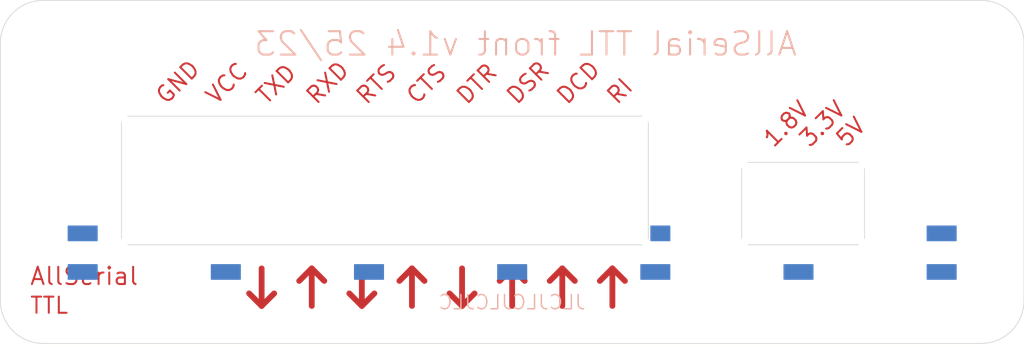
<source format=kicad_pcb>
(kicad_pcb (version 20241229) (generator "pcbnew") (generator_version "9.0")
  (layers (0 "F.Cu" signal) (2 "B.Cu" signal) (13 "F.Paste" user) (15 "B.Paste" user) (5 "F.SilkS" user "F.Silkscreen") (7 "B.SilkS" user "B.Silkscreen") (1 "F.Mask" user) (3 "B.Mask" user) (25 "Edge.Cuts" user))
  (net 0 "")
  (net 1 "S$1")
  (net 2 "S$2")
  (net 3 "S$3")
  (net 4 "S$4")
  (net 5 "S$5")
  (net 6 "S$6")
  (net 7 "S$7")
  (net 8 "S$8")
  (footprint "" (layer "F.Cu") (at 180.2511 105.0036)
    (property "Reference" "@HOLE0" (hide yes))
    (property "Value" "" (at 0 0 0) (layer "F.SilkS") (effects (font (size 1.27 1.27))))
    (pad "" np_thru_hole circle (at 0 0) (size 3.2 3.2) (drill 3.2) (layers "*.Cu" "*.Mask"))
  )
  (footprint "AllSerial_Front:Frontpanel_2_Holes" (layer "F.Cu") (at 148.5011 117.0036)
    (property "Reference" "E$1" (hide yes))
    (property "Value" "" (hide yes))
    (fp_rect (start -31 -8.2) (end -29 -7.2) (stroke (width 0.1)) (fill yes) (layer "B.Cu"))
    (fp_rect (start -31 -5.5) (end -29 -4.5) (stroke (width 0.1)) (fill yes) (layer "B.Cu"))
    (fp_rect (start -21 -5.5) (end -19 -4.5) (stroke (width 0.1)) (fill yes) (layer "B.Cu"))
    (fp_rect (start -11 -5.5) (end -9 -4.5) (stroke (width 0.1)) (fill yes) (layer "B.Cu"))
    (fp_rect (start -1 -5.5) (end 1 -4.5) (stroke (width 0.1)) (fill yes) (layer "B.Cu"))
    (fp_rect (start 9 -5.5) (end 11 -4.5) (stroke (width 0.1)) (fill yes) (layer "B.Cu"))
    (fp_rect (start 9.7 -8.2) (end 11 -7.2) (stroke (width 0.1)) (fill yes) (layer "B.Cu"))
    (fp_rect (start 19 -5.5) (end 21 -4.5) (stroke (width 0.1)) (fill yes) (layer "B.Cu"))
    (fp_rect (start 29 -8.2) (end 31 -7.2) (stroke (width 0.1)) (fill yes) (layer "B.Cu"))
    (fp_rect (start 29 -5.5) (end 31 -4.5) (stroke (width 0.1)) (fill yes) (layer "B.Cu"))
    (fp_line (start -35.75 -3) (end -35.75 -21) (stroke (width 0.05)) (layer "Edge.Cuts"))
    (fp_line (start -32.75 0) (end 32.75 0) (stroke (width 0.05)) (layer "Edge.Cuts"))
    (fp_line (start -32.749999 -24) (end 32.75 -24) (stroke (width 0.05)) (layer "Edge.Cuts"))
    (fp_line (start 35.75 -21) (end 35.75 -3) (stroke (width 0.05)) (layer "Edge.Cuts"))
    (fp_arc (start -35.75 -21) (mid -34.87132 -23.12132) (end -32.75 -24) (stroke (width 0.05)) (layer "Edge.Cuts"))
    (fp_arc (start -32.75 0) (mid -34.87132 -0.87868) (end -35.75 -3) (stroke (width 0.05)) (layer "Edge.Cuts"))
    (fp_arc (start 32.75 -24) (mid 34.87132 -23.12132) (end 35.75 -21) (stroke (width 0.05)) (layer "Edge.Cuts"))
    (fp_arc (start 35.75 -3) (mid 34.87132 -0.87868) (end 32.75 0) (stroke (width 0.05)) (layer "Edge.Cuts"))
    (fp_text user "AllSerial" (at -33.75 -4 0) (layer "F.Cu") (effects (font (size 1.2065 1.2065) (thickness 0.1397)) (justify left bottom)))
    (pad "" np_thru_hole circle (at -31.75 -12) (size 3.2 3.2) (drill 3.2) (layers "*.Cu" "*.Mask"))
    (pad "" np_thru_hole circle (at 31.75 -12) (size 3.2 3.2) (drill 3.2) (layers "*.Cu" "*.Mask"))
  )
  (footprint "AllSerial_Front:Metz_PT11310HBBN_182" (layer "F.Cu") (at 139.6111 117.0036)
    (property "Reference" "E$2" (hide yes))
    (property "Value" "" (hide yes))
    (fp_line (start -18.4 -15.7) (end -18.4 -7.2) (stroke (width 0.05)) (layer "Edge.Cuts"))
    (fp_line (start -18.2 -6.9) (end 18.2 -6.9) (stroke (width 0.05)) (layer "Edge.Cuts"))
    (fp_line (start 18.2 -15.9) (end -18.2 -15.9) (stroke (width 0.05)) (layer "Edge.Cuts"))
    (fp_line (start 18.4 -7.2) (end 18.4 -15.7) (stroke (width 0.05)) (layer "Edge.Cuts"))
    (fp_arc (start -18.4 -15.7) (mid -18.341421 -15.841421) (end -18.2 -15.9) (stroke (width 0.05)) (layer "Edge.Cuts"))
    (fp_arc (start -18.2 -6.9) (mid -18.362131 -7.008579) (end -18.4 -7.2) (stroke (width 0.05)) (layer "Edge.Cuts"))
    (fp_arc (start 18.2 -15.9) (mid 18.341421 -15.841421) (end 18.4 -15.7) (stroke (width 0.05)) (layer "Edge.Cuts"))
    (fp_arc (start 18.399999 -7.199999) (mid 18.341906 -7.022062) (end 18.2 -6.9) (stroke (width 0.05)) (layer "Edge.Cuts"))
    (pad "" np_thru_hole circle (at -18.2 -15.7) (size 0.6 0.6) (drill 0.6) (layers "*.Cu" "*.Mask"))
    (pad "" np_thru_hole circle (at -18.2 -7.1) (size 0.6 0.6) (drill 0.6) (layers "*.Cu" "*.Mask"))
    (pad "" np_thru_hole circle (at 18.2 -15.7) (size 0.6 0.6) (drill 0.6) (layers "*.Cu" "*.Mask"))
    (pad "" np_thru_hole circle (at 18.2 -7.1) (size 0.6 0.6) (drill 0.6) (layers "*.Cu" "*.Mask"))
  )
  (footprint "AllSerial_Front:Jumper_254_2x03_Front" (layer "F.Cu") (at 168.8211 117.0036)
    (property "Reference" "E$4" (hide yes))
    (property "Value" "")
    (fp_line (start -4.29 -12.26) (end -4.29 -7.2) (stroke (width 0.05)) (layer "Edge.Cuts"))
    (fp_line (start -3.89 -6.9) (end 3.89 -6.9) (stroke (width 0.05)) (layer "Edge.Cuts"))
    (fp_line (start 3.89 -12.66) (end -3.89 -12.66) (stroke (width 0.05)) (layer "Edge.Cuts"))
    (fp_line (start 4.29 -7.2) (end 4.29 -12.26) (stroke (width 0.05)) (layer "Edge.Cuts"))
    (fp_arc (start -4.29 -12.26) (mid -4.172843 -12.542843) (end -3.89 -12.66) (stroke (width 0.05)) (layer "Edge.Cuts"))
    (fp_arc (start -3.89 -6.9) (mid -4.152132 -6.967157) (end -4.29 -7.2) (stroke (width 0.05)) (layer "Edge.Cuts"))
    (fp_arc (start 3.89 -12.66) (mid 4.172843 -12.542843) (end 4.29 -12.26) (stroke (width 0.05)) (layer "Edge.Cuts"))
    (fp_arc (start 4.289999 -7.199999) (mid 4.131906 -6.994124) (end 3.89 -6.9) (stroke (width 0.05)) (layer "Edge.Cuts"))
    (pad "" np_thru_hole circle (at -4.09 -12.46) (size 0.6 0.6) (drill 0.6) (layers "*.Cu" "*.Mask"))
    (pad "" np_thru_hole circle (at -4.09 -7.1) (size 0.6 0.6) (drill 0.6) (layers "*.Cu" "*.Mask"))
    (pad "" np_thru_hole circle (at 4.09 -12.46) (size 0.6 0.6) (drill 0.6) (layers "*.Cu" "*.Mask"))
    (pad "" np_thru_hole circle (at 4.09 -7.1) (size 0.6 0.6) (drill 0.6) (layers "*.Cu" "*.Mask"))
  )
  (gr_text "1.8V" (at 166.2811 103.0036 45) (layer "F.Cu") (effects (font (size 1.1303 1.1303) (thickness 0.1397)) (justify left)))
  (gr_text "RTS" (at 137.8611 100.0036 45) (layer "F.Cu") (effects (font (size 1.1303 1.1303) (thickness 0.1397)) (justify left)))
  (gr_text "RI" (at 155.3611 100.0036 45) (layer "F.Cu") (effects (font (size 1.1303 1.1303) (thickness 0.1397)) (justify left)))
  (gr_text "VCC" (at 127.3611 100.0036 45) (layer "F.Cu") (effects (font (size 1.1303 1.1303) (thickness 0.1397)) (justify left)))
  (gr_text "TXD" (at 130.8611 100.0036 45) (layer "F.Cu") (effects (font (size 1.1303 1.1303) (thickness 0.1397)) (justify left)))
  (gr_text "RXD" (at 134.3611 100.0036 45) (layer "F.Cu") (effects (font (size 1.1303 1.1303) (thickness 0.1397)) (justify left)))
  (gr_text "DSR" (at 148.3611 100.0036 45) (layer "F.Cu") (effects (font (size 1.1303 1.1303) (thickness 0.1397)) (justify left)))
  (gr_text "5V" (at 171.3611 103.0036 45) (layer "F.Cu") (effects (font (size 1.1303 1.1303) (thickness 0.1397)) (justify left)))
  (gr_text "CTS" (at 141.3611 100.0036 45) (layer "F.Cu") (effects (font (size 1.1303 1.1303) (thickness 0.1397)) (justify left)))
  (gr_text "DCD" (at 151.8611 100.0036 45) (layer "F.Cu") (effects (font (size 1.1303 1.1303) (thickness 0.1397)) (justify left)))
  (gr_text "DTR" (at 144.8611 100.0036 45) (layer "F.Cu") (effects (font (size 1.1303 1.1303) (thickness 0.1397)) (justify left)))
  (gr_text "TTL" (at 114.7511 115.0036 0) (layer "F.Cu") (effects (font (size 1.1303 1.1303) (thickness 0.1397)) (justify left bottom)))
  (gr_text "3.3V" (at 168.8211 103.0036 45) (layer "F.Cu") (effects (font (size 1.1303 1.1303) (thickness 0.1397)) (justify left)))
  (gr_text "GND" (at 123.8611 100.0036 45) (layer "F.Cu") (effects (font (size 1.1303 1.1303) (thickness 0.1397)) (justify left)))
  (gr_text "AllSerial TTL front v1.4 25/23" (at 168.5011 97.0036 0) (layer "B.SilkS") (effects (font (size 1.63576 1.63576) (thickness 0.14224)) (justify left bottom mirror)))
  (gr_text "JLCJLCJLCJLC" (at 153.7011 114.7036 0) (layer "B.SilkS") (effects (font (size 1 1) (thickness 0.1)) (justify left bottom mirror)))
  (segment (start 131.0011 114.3786) (end 130.1261 113.5036) (width 0.4064) (layer "F.Cu") (net 1))
  (segment (start 131.0011 111.7536) (end 131.0011 114.3786) (width 0.4064) (layer "F.Cu") (net 1))
  (segment (start 131.0011 114.3786) (end 131.8761 113.5036) (width 0.4064) (layer "F.Cu") (net 1))
  (segment (start 138.0011 114.3786) (end 138.8761 113.5036) (width 0.4064) (layer "F.Cu") (net 2))
  (segment (start 138.0011 111.7536) (end 138.0011 114.3786) (width 0.4064) (layer "F.Cu") (net 2))
  (segment (start 138.0011 114.3786) (end 137.1261 113.5036) (width 0.4064) (layer "F.Cu") (net 2))
  (segment (start 145.0011 111.7536) (end 145.0011 114.3786) (width 0.4064) (layer "F.Cu") (net 3))
  (segment (start 145.0011 114.3786) (end 144.1261 113.5036) (width 0.4064) (layer "F.Cu") (net 3))
  (segment (start 145.0011 114.3786) (end 145.8761 113.5036) (width 0.4064) (layer "F.Cu") (net 3))
  (segment (start 134.5011 111.7536) (end 135.3761 112.6286) (width 0.4064) (layer "F.Cu") (net 4))
  (segment (start 134.5011 114.3786) (end 134.5011 111.7536) (width 0.4064) (layer "F.Cu") (net 4))
  (segment (start 134.5011 111.7536) (end 133.6261 112.6286) (width 0.4064) (layer "F.Cu") (net 4))
  (segment (start 141.5011 111.7536) (end 140.6261 112.6286) (width 0.4064) (layer "F.Cu") (net 5))
  (segment (start 141.5011 111.7536) (end 142.3761 112.6286) (width 0.4064) (layer "F.Cu") (net 5))
  (segment (start 141.5011 114.3786) (end 141.5011 111.7536) (width 0.4064) (layer "F.Cu") (net 5))
  (segment (start 148.5011 111.7536) (end 149.3761 112.6286) (width 0.4064) (layer "F.Cu") (net 6))
  (segment (start 148.5011 114.3786) (end 148.5011 111.7536) (width 0.4064) (layer "F.Cu") (net 6))
  (segment (start 148.5011 111.7536) (end 147.6261 112.6286) (width 0.4064) (layer "F.Cu") (net 6))
  (segment (start 152.0011 111.7536) (end 152.8761 112.6286) (width 0.4064) (layer "F.Cu") (net 7))
  (segment (start 152.0011 111.7536) (end 151.1261 112.6286) (width 0.4064) (layer "F.Cu") (net 7))
  (segment (start 152.0011 114.3786) (end 152.0011 111.7536) (width 0.4064) (layer "F.Cu") (net 7))
  (segment (start 155.5011 111.7536) (end 156.3761 112.6286) (width 0.4064) (layer "F.Cu") (net 8))
  (segment (start 155.5011 114.3786) (end 155.5011 111.7536) (width 0.4064) (layer "F.Cu") (net 8))
  (segment (start 155.5011 111.7536) (end 154.6261 112.6286) (width 0.4064) (layer "F.Cu") (net 8))
)
</source>
